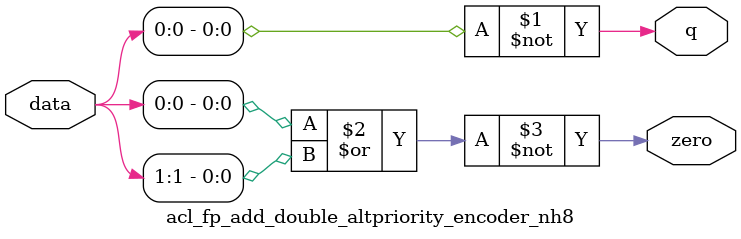
<source format=v>
module  acl_fp_add_double_altpriority_encoder_nh8
	( 
	data,
	q,
	zero) ;
	input   [1:0]  data;
	output   [0:0]  q;
	output   zero;
	assign
		q = {(~ data[0])},
		zero = (~ (data[0] | data[1]));
endmodule
</source>
